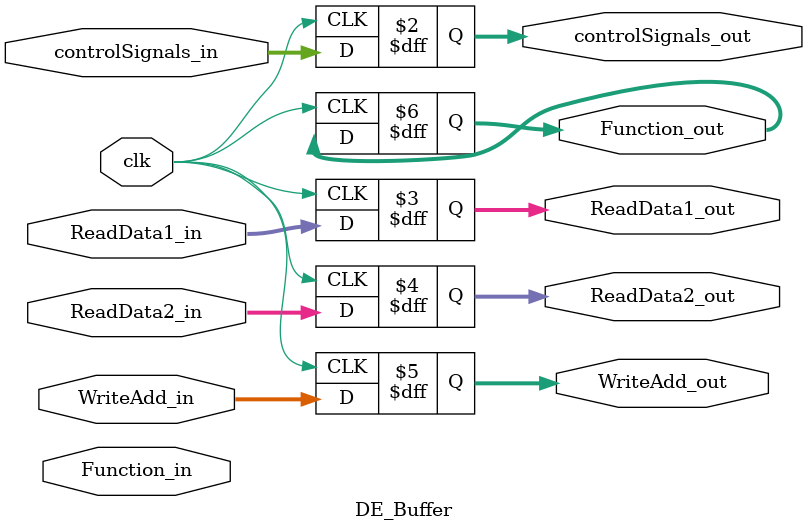
<source format=v>
/*
Buffer between Decode and Execute Stages
inputs:
  -controlSignals_in (11 bits): control signals from the Control Unit includes: (ALUOP/Regwr/ALUsrc/Branch/MemtoReg/Push/Out/In)
  -ReadData1_in (16 bits)
  -ReadData2_in (16 bits)
  -WriteAdd_in (3 bits)
  -Function_in (3 bits)
  -clk:clock
output:
  -controlSignals_out (8 bits): control signals from the Control Unit
  -ReadData1_out (16 bits)
  -ReadData2_out (16 bits)
  -WriteAdd_out (3 bits)
  -Function_out (3 bits)   
*/
module DE_Buffer(clk, controlSignals_in, ReadData1_in, ReadData2_in, WriteAdd_in, Function_in, controlSignals_out, ReadData1_out, ReadData2_out, WriteAdd_out, Function_out);
    input [10:0] controlSignals_in;
    input [15:0] ReadData1_in, ReadData2_in;
    input [2:0] WriteAdd_in;
    input [2:0] Function_in;
    input clk;

    output reg [10:0] controlSignals_out;
    output reg [15:0] ReadData1_out, ReadData2_out;
    output reg [2:0] WriteAdd_out;
    output reg [2:0] Function_out;

    always @(posedge clk) begin
        controlSignals_out = controlSignals_in;
        ReadData1_out = ReadData1_in;
        ReadData2_out = ReadData2_in;
        WriteAdd_out = WriteAdd_in;
        Function_out = Function_out;
    end
endmodule
</source>
